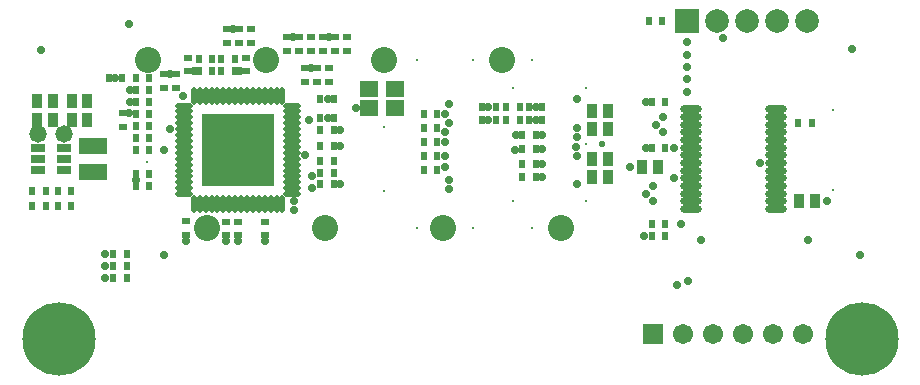
<source format=gbs>
G04*
G04 #@! TF.GenerationSoftware,Altium Limited,Altium Designer,22.8.2 (66)*
G04*
G04 Layer_Color=16711935*
%FSLAX44Y44*%
%MOMM*%
G71*
G04*
G04 #@! TF.SameCoordinates,0D078035-4FBF-4C44-B062-B1887B6B3753*
G04*
G04*
G04 #@! TF.FilePolarity,Negative*
G04*
G01*
G75*
%ADD23C,0.2032*%
%ADD24C,2.2032*%
%ADD25C,1.7032*%
%ADD26R,2.0032X2.0032*%
%ADD27C,2.0032*%
%ADD28R,1.7032X1.7032*%
%ADD29C,6.2032*%
%ADD30C,0.5532*%
%ADD31C,0.7032*%
%ADD32C,1.4732*%
%ADD68R,0.9032X1.1532*%
%ADD69R,0.5032X0.7532*%
%ADD70O,1.8532X0.6032*%
%ADD71R,2.4232X1.4332*%
%ADD72R,0.7532X0.5032*%
%ADD73O,0.4532X1.5032*%
%ADD74O,1.5032X0.4532*%
%ADD75R,6.2032X6.2032*%
%ADD76R,1.6032X1.4032*%
%ADD77R,1.2032X0.7532*%
D23*
X1099580Y830740D02*
D03*
Y926740D02*
D03*
X1115580Y949990D02*
D03*
X1065580D02*
D03*
X1018580D02*
D03*
X1161580Y926740D02*
D03*
Y878740D02*
D03*
Y830740D02*
D03*
X1115580Y807490D02*
D03*
X1065580D02*
D03*
X1018580D02*
D03*
X990580Y893190D02*
D03*
Y839190D02*
D03*
X789580Y864190D02*
D03*
X1370754Y907990D02*
D03*
Y839990D02*
D03*
D24*
X790580Y949990D02*
D03*
X890580D02*
D03*
X990580D02*
D03*
X1090580D02*
D03*
X1040580Y807490D02*
D03*
X1140580D02*
D03*
X940580D02*
D03*
X840580D02*
D03*
D25*
X1243970Y718180D02*
D03*
X1269370D02*
D03*
X1294770D02*
D03*
X1320170D02*
D03*
X1345570D02*
D03*
D26*
X1247140Y982980D02*
D03*
D27*
X1323340D02*
D03*
X1348740D02*
D03*
X1297940D02*
D03*
X1272540D02*
D03*
D28*
X1218570Y718180D02*
D03*
D29*
X1395010Y713740D02*
D03*
X715010D02*
D03*
D30*
X1174750Y878840D02*
D03*
D31*
X1365250Y830580D02*
D03*
X1198880Y859536D02*
D03*
X1220470Y895350D02*
D03*
X1247140Y964946D02*
D03*
X1247648Y763016D02*
D03*
X1238250Y759460D02*
D03*
X1212088Y836930D02*
D03*
X1153414Y876808D02*
D03*
X927354Y899668D02*
D03*
X1118870Y910590D02*
D03*
Y899160D02*
D03*
X1123950Y862330D02*
D03*
Y850900D02*
D03*
Y886460D02*
D03*
Y875030D02*
D03*
X1153610Y884740D02*
D03*
Y892740D02*
D03*
Y844740D02*
D03*
Y868740D02*
D03*
X1045550Y896740D02*
D03*
Y912740D02*
D03*
Y848740D02*
D03*
Y840740D02*
D03*
X1042160Y868740D02*
D03*
Y880740D02*
D03*
Y889510D02*
D03*
Y904740D02*
D03*
Y859280D02*
D03*
X700182Y958850D02*
D03*
X1235710Y875890D02*
D03*
X1242060Y811530D02*
D03*
X914400Y822960D02*
D03*
Y830580D02*
D03*
X808990Y891540D02*
D03*
X1210570Y801110D02*
D03*
X820420Y919480D02*
D03*
X929640Y852170D02*
D03*
Y842010D02*
D03*
X1217930Y830390D02*
D03*
X1218040Y843390D02*
D03*
X754380Y786130D02*
D03*
Y775970D02*
D03*
Y765810D02*
D03*
X1101344Y874268D02*
D03*
X1102290Y886460D02*
D03*
X1078830Y899160D02*
D03*
Y910590D02*
D03*
X1212180Y875890D02*
D03*
Y914400D02*
D03*
X1393190Y784860D02*
D03*
X1247140Y944118D02*
D03*
Y933704D02*
D03*
Y923290D02*
D03*
Y954532D02*
D03*
X1235970Y849890D02*
D03*
X1226820Y901890D02*
D03*
X1153610Y916740D02*
D03*
X943010Y901065D02*
D03*
X953170Y890778D02*
D03*
X943010Y916940D02*
D03*
X928370Y943010D02*
D03*
X943610Y969470D02*
D03*
X913130D02*
D03*
X868680Y940400D02*
D03*
X808990Y937930D02*
D03*
X774700Y904910D02*
D03*
X829310Y940400D02*
D03*
X775300Y924560D02*
D03*
Y914400D02*
D03*
X822960Y796890D02*
D03*
X803910Y873760D02*
D03*
X780380Y848360D02*
D03*
X774700Y980440D02*
D03*
X1308660Y862890D02*
D03*
X1349170Y797990D02*
D03*
X1259170D02*
D03*
X1386410Y959490D02*
D03*
X953170Y844760D02*
D03*
X966470Y909320D02*
D03*
X762600Y934720D02*
D03*
X889550Y796710D02*
D03*
X856940D02*
D03*
X867100D02*
D03*
X1226820Y889000D02*
D03*
X1277620Y969010D02*
D03*
X862330Y976030D02*
D03*
X923290Y869950D02*
D03*
X803910Y784860D02*
D03*
X953170Y877570D02*
D03*
X889050Y896040D02*
D03*
X878050D02*
D03*
X867050D02*
D03*
X856050D02*
D03*
X845050D02*
D03*
X889050Y885040D02*
D03*
X878050D02*
D03*
X867050D02*
D03*
X856050D02*
D03*
X845050D02*
D03*
X889050Y874040D02*
D03*
X878050D02*
D03*
X867050D02*
D03*
X856050D02*
D03*
X845050D02*
D03*
X889050Y863040D02*
D03*
X878050D02*
D03*
X867050D02*
D03*
X856050D02*
D03*
X845050D02*
D03*
X889050Y852040D02*
D03*
X878050D02*
D03*
X867050D02*
D03*
X856050D02*
D03*
X845050D02*
D03*
D32*
X697230Y887290D02*
D03*
X719650D02*
D03*
D68*
X726290Y915670D02*
D03*
X739290D02*
D03*
X726290Y899160D02*
D03*
X739290D02*
D03*
X1355240Y830580D02*
D03*
X1342240D02*
D03*
X1179980Y866140D02*
D03*
X1166980D02*
D03*
X1179980Y891540D02*
D03*
X1166980D02*
D03*
X1222398Y859536D02*
D03*
X1209398D02*
D03*
X697080Y915670D02*
D03*
X710080D02*
D03*
X710080Y899160D02*
D03*
X697080D02*
D03*
X1179980Y906780D02*
D03*
X1166980D02*
D03*
X1179980Y850900D02*
D03*
X1166980D02*
D03*
D69*
X1217260Y914400D02*
D03*
X1228760D02*
D03*
X780380D02*
D03*
X791880D02*
D03*
X1217260Y811530D02*
D03*
X1228760D02*
D03*
X936590Y901065D02*
D03*
X948090D02*
D03*
X936590Y890778D02*
D03*
X948090D02*
D03*
X780380Y894080D02*
D03*
X791880D02*
D03*
X772830Y786130D02*
D03*
X761330D02*
D03*
X772830Y765810D02*
D03*
X761330D02*
D03*
X772830Y775970D02*
D03*
X761330D02*
D03*
X704250Y839470D02*
D03*
X692750D02*
D03*
X714340Y826770D02*
D03*
X725840D02*
D03*
X704250D02*
D03*
X692750D02*
D03*
X714340Y839470D02*
D03*
X725840D02*
D03*
X1217260Y801110D02*
D03*
X1228760D02*
D03*
X936590Y854710D02*
D03*
X948090D02*
D03*
X1035720Y856740D02*
D03*
X1024220D02*
D03*
X1035720Y892740D02*
D03*
X1024220D02*
D03*
X1035720Y880740D02*
D03*
X1024220D02*
D03*
X1035720Y868740D02*
D03*
X1024220D02*
D03*
X1118870Y886460D02*
D03*
X1107370D02*
D03*
X1119032Y874395D02*
D03*
X1107532D02*
D03*
X1217260Y875890D02*
D03*
X1228760D02*
D03*
X791880Y843280D02*
D03*
X780380D02*
D03*
X1352550Y896620D02*
D03*
X1341050D02*
D03*
X948090Y844760D02*
D03*
X936590D02*
D03*
Y864870D02*
D03*
X948090D02*
D03*
X769020Y934720D02*
D03*
X757520D02*
D03*
X852770Y941070D02*
D03*
X864270D02*
D03*
X845220D02*
D03*
X833720D02*
D03*
Y951230D02*
D03*
X845220D02*
D03*
X864270D02*
D03*
X852770D02*
D03*
X1073750Y899160D02*
D03*
X1085250D02*
D03*
X1073750Y910590D02*
D03*
X1085250D02*
D03*
X1024220Y904740D02*
D03*
X1035720D02*
D03*
X936590Y916940D02*
D03*
X948090D02*
D03*
X1105570Y899160D02*
D03*
X1094070D02*
D03*
X1105570Y910590D02*
D03*
X1094070D02*
D03*
X1118870Y850900D02*
D03*
X1107370D02*
D03*
X1124620Y910590D02*
D03*
X1113120D02*
D03*
X1124620Y899160D02*
D03*
X1113120D02*
D03*
X1118870Y862330D02*
D03*
X1107370D02*
D03*
X780380Y934720D02*
D03*
X791880D02*
D03*
X780380Y853440D02*
D03*
X791880D02*
D03*
X948090Y877570D02*
D03*
X936590D02*
D03*
X1226220Y982980D02*
D03*
X1214720D02*
D03*
X791880Y883920D02*
D03*
X780380D02*
D03*
X791880Y873760D02*
D03*
X780380D02*
D03*
X791880Y924560D02*
D03*
X780380D02*
D03*
X791880Y904240D02*
D03*
X780380D02*
D03*
D70*
X1322760Y875890D02*
D03*
Y862890D02*
D03*
Y830390D02*
D03*
X1250260Y908390D02*
D03*
Y901890D02*
D03*
Y875890D02*
D03*
Y869390D02*
D03*
Y862890D02*
D03*
Y856390D02*
D03*
Y849890D02*
D03*
Y823890D02*
D03*
X1322760Y882390D02*
D03*
Y888890D02*
D03*
Y908390D02*
D03*
Y823890D02*
D03*
Y869390D02*
D03*
Y856390D02*
D03*
Y849890D02*
D03*
Y895390D02*
D03*
X1250260Y888890D02*
D03*
X1322760Y836890D02*
D03*
Y843390D02*
D03*
X1250260D02*
D03*
X1322760Y901890D02*
D03*
X1250260Y895390D02*
D03*
Y836890D02*
D03*
Y882390D02*
D03*
Y830390D02*
D03*
D71*
X744220Y855290D02*
D03*
Y876990D02*
D03*
D72*
X822960Y813470D02*
D03*
Y801970D02*
D03*
X889550Y813290D02*
D03*
Y801790D02*
D03*
X873760Y951900D02*
D03*
Y940400D02*
D03*
X824230Y951900D02*
D03*
Y940400D02*
D03*
X857250Y964530D02*
D03*
Y976030D02*
D03*
X867410Y964530D02*
D03*
Y976030D02*
D03*
X938530Y957970D02*
D03*
Y969470D02*
D03*
X803910Y937930D02*
D03*
Y926430D02*
D03*
X814070Y937930D02*
D03*
Y926430D02*
D03*
X933450Y943010D02*
D03*
Y931510D02*
D03*
X943610Y943010D02*
D03*
Y931510D02*
D03*
X923290Y943010D02*
D03*
Y931510D02*
D03*
X958850Y969470D02*
D03*
Y957970D02*
D03*
X928370D02*
D03*
Y969470D02*
D03*
X877570Y976030D02*
D03*
Y964530D02*
D03*
X918210Y969470D02*
D03*
Y957970D02*
D03*
X908050D02*
D03*
Y969470D02*
D03*
X948690D02*
D03*
Y957970D02*
D03*
X856940Y801790D02*
D03*
Y813290D02*
D03*
X867100Y801790D02*
D03*
Y813290D02*
D03*
X769620Y893410D02*
D03*
Y904910D02*
D03*
D73*
X844550Y920040D02*
D03*
X849550D02*
D03*
X889550Y828040D02*
D03*
X884550D02*
D03*
X879550D02*
D03*
X874550D02*
D03*
X869550D02*
D03*
X864550D02*
D03*
X859550D02*
D03*
X854550D02*
D03*
X849550D02*
D03*
X844550D02*
D03*
X839550D02*
D03*
X834550D02*
D03*
X829550D02*
D03*
Y920040D02*
D03*
X839550D02*
D03*
X864550D02*
D03*
X869550D02*
D03*
X874550D02*
D03*
X879550D02*
D03*
X884550D02*
D03*
X889550D02*
D03*
X894550D02*
D03*
X899550D02*
D03*
X904550D02*
D03*
X859550D02*
D03*
X854550D02*
D03*
X834550D02*
D03*
X894550Y828040D02*
D03*
X904550D02*
D03*
X899550D02*
D03*
D74*
X913050Y911540D02*
D03*
Y906540D02*
D03*
Y901540D02*
D03*
Y896540D02*
D03*
Y891540D02*
D03*
Y886540D02*
D03*
Y881540D02*
D03*
Y876540D02*
D03*
Y866540D02*
D03*
Y856540D02*
D03*
Y846540D02*
D03*
Y841540D02*
D03*
Y836540D02*
D03*
X821050D02*
D03*
Y841540D02*
D03*
Y846540D02*
D03*
Y851540D02*
D03*
Y856540D02*
D03*
Y861540D02*
D03*
Y866540D02*
D03*
Y871540D02*
D03*
Y876540D02*
D03*
Y881540D02*
D03*
Y886540D02*
D03*
Y896540D02*
D03*
Y901540D02*
D03*
Y906540D02*
D03*
Y911540D02*
D03*
Y891540D02*
D03*
X913050Y851540D02*
D03*
Y861540D02*
D03*
Y871540D02*
D03*
D75*
X867050Y874040D02*
D03*
D76*
X977900Y909320D02*
D03*
Y925320D02*
D03*
X999900Y909320D02*
D03*
Y925320D02*
D03*
D77*
X719650Y856640D02*
D03*
Y866140D02*
D03*
Y875640D02*
D03*
X697670D02*
D03*
Y866140D02*
D03*
Y856640D02*
D03*
M02*

</source>
